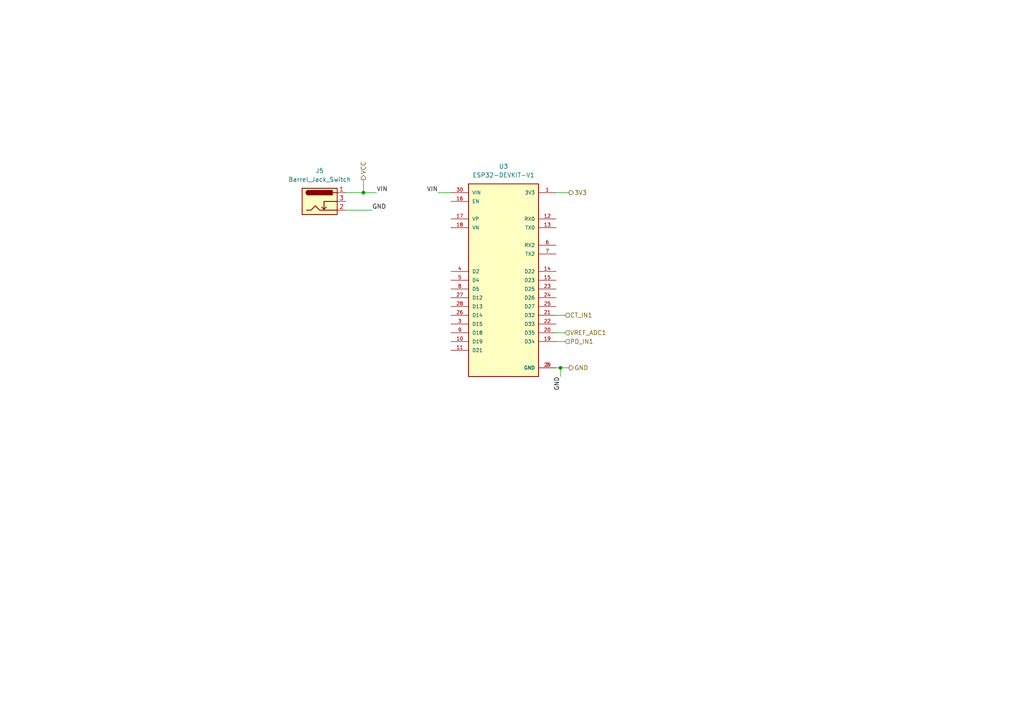
<source format=kicad_sch>
(kicad_sch (version 20231120) (generator "eeschema") (generator_version "8.0")
  (paper "A4")
  (lib_symbols
    (symbol "Connector:Barrel_Jack_Switch" (pin_names hide)
      (property "Reference" "J" (at 0 5.334 0))
      (property "Value" "Barrel_Jack_Switch" (at 0 -5.08 0))
      (symbol "Barrel_Jack_Switch_0_1"
        (rectangle (start -5.08 3.81) (end 5.08 -3.81) (stroke (width 0.254)) (fill (type background)))
        (arc (start -3.302 3.175) (mid -3.9343 2.54) (end -3.302 1.905) (stroke (width 0.254)))
        (arc (start -3.302 3.175) (mid -3.9343 2.54) (end -3.302 1.905) (stroke (width 0.254)) (fill (type outline)))
        (polyline (pts (xy 1.27 -2.286) (xy 1.905 -1.651)) (stroke (width 0.254)))
        (polyline (pts (xy 5.08 2.54) (xy 3.81 2.54)) (stroke (width 0.254)))
        (polyline (pts (xy 5.08 0) (xy 1.27 0) (xy 1.27 -2.286) (xy 0.635 -1.651)) (stroke (width 0.254)))
        (polyline (pts (xy -3.81 -2.54) (xy -2.54 -2.54) (xy -1.27 -1.27) (xy 0 -2.54) (xy 2.54 -2.54) (xy 5.08 -2.54)) (stroke (width 0.254)))
        (rectangle (start 3.683 3.175) (end -3.302 1.905) (stroke (width 0.254)) (fill (type outline)))
      )
      (symbol "Barrel_Jack_Switch_1_1"
        (pin passive line (at 7.62 2.54 180) (length 2.54) (name "~") (number "1"))
        (pin passive line (at 7.62 -2.54 180) (length 2.54) (name "~") (number "2"))
        (pin passive line (at 7.62 0 180) (length 2.54) (name "~") (number "3"))
      )
    )
    (symbol "ESP32-DEVKIT-V1:ESP32-DEVKIT-V1" (pin_names (offset 1.016))
      (property "Reference" "U" (at -10.16 30.48 0))
      (property "Value" "ESP32-DEVKIT-V1" (at -10.16 -30.48 0))
      (symbol "ESP32-DEVKIT-V1_0_0"
        (rectangle (start -10.16 -27.94) (end 10.16 27.94) (stroke (width 0.254)) (fill (type background)))
        (pin output line (at 15.24 25.4 180) (length 5.08) (name "3V3") (number "1"))
        (pin bidirectional line (at -15.24 -17.78 0) (length 5.08) (name "D19") (number "10"))
        (pin bidirectional line (at -15.24 -20.32 0) (length 5.08) (name "D21") (number "11"))
        (pin input line (at 15.24 17.78 180) (length 5.08) (name "RX0") (number "12"))
        (pin output line (at 15.24 15.24 180) (length 5.08) (name "TX0") (number "13"))
        (pin bidirectional line (at 15.24 2.54 180) (length 5.08) (name "D22") (number "14"))
        (pin bidirectional line (at 15.24 0 180) (length 5.08) (name "D23") (number "15"))
        (pin input line (at -15.24 22.86 0) (length 5.08) (name "EN") (number "16"))
        (pin bidirectional line (at -15.24 17.78 0) (length 5.08) (name "VP") (number "17"))
        (pin bidirectional line (at -15.24 15.24 0) (length 5.08) (name "VN") (number "18"))
        (pin bidirectional line (at 15.24 -17.78 180) (length 5.08) (name "D34") (number "19"))
        (pin power_in line (at 15.24 -25.4 180) (length 5.08) (name "GND") (number "2"))
        (pin bidirectional line (at 15.24 -15.24 180) (length 5.08) (name "D35") (number "20"))
        (pin bidirectional line (at 15.24 -10.16 180) (length 5.08) (name "D32") (number "21"))
        (pin bidirectional line (at 15.24 -12.7 180) (length 5.08) (name "D33") (number "22"))
        (pin bidirectional line (at 15.24 -2.54 180) (length 5.08) (name "D25") (number "23"))
        (pin bidirectional line (at 15.24 -5.08 180) (length 5.08) (name "D26") (number "24"))
        (pin bidirectional line (at 15.24 -7.62 180) (length 5.08) (name "D27") (number "25"))
        (pin bidirectional line (at -15.24 -10.16 0) (length 5.08) (name "D14") (number "26"))
        (pin bidirectional line (at -15.24 -5.08 0) (length 5.08) (name "D12") (number "27"))
        (pin bidirectional line (at -15.24 -7.62 0) (length 5.08) (name "D13") (number "28"))
        (pin power_in line (at 15.24 -25.4 180) (length 5.08) (name "GND") (number "29"))
        (pin bidirectional line (at -15.24 -12.7 0) (length 5.08) (name "D15") (number "3"))
        (pin input line (at -15.24 25.4 0) (length 5.08) (name "VIN") (number "30"))
        (pin bidirectional line (at -15.24 2.54 0) (length 5.08) (name "D2") (number "4"))
        (pin bidirectional line (at -15.24 0 0) (length 5.08) (name "D4") (number "5"))
        (pin input line (at 15.24 10.16 180) (length 5.08) (name "RX2") (number "6"))
        (pin output line (at 15.24 7.62 180) (length 5.08) (name "TX2") (number "7"))
        (pin bidirectional line (at -15.24 -2.54 0) (length 5.08) (name "D5") (number "8"))
        (pin bidirectional line (at -15.24 -15.24 0) (length 5.08) (name "D18") (number "9"))
      )
    )
  )
  (junction (at 162.56 106.68))
  (junction (at 105.41 55.88))
  (wire (pts (xy 105.41 52.07) (xy 105.41 55.88)))
  (wire (pts (xy 100.33 55.88) (xy 105.41 55.88)))
  (wire (pts (xy 100.33 60.96) (xy 107.95 60.96)))
  (wire (pts (xy 161.29 99.06) (xy 163.83 99.06)))
  (wire (pts (xy 161.29 55.88) (xy 165.1 55.88)))
  (wire (pts (xy 105.41 55.88) (xy 109.22 55.88)))
  (wire (pts (xy 161.29 106.68) (xy 162.56 106.68)))
  (wire (pts (xy 162.56 106.68) (xy 162.56 109.22)))
  (wire (pts (xy 162.56 106.68) (xy 165.1 106.68)))
  (wire (pts (xy 161.29 91.44) (xy 163.83 91.44)))
  (wire (pts (xy 127 55.88) (xy 130.81 55.88)))
  (wire (pts (xy 161.29 96.52) (xy 163.83 96.52)))
  (label "GND" (at 162.56 109.22 270))
  (label "VIN" (at 109.22 55.88 0))
  (label "VIN" (at 127 55.88 180))
  (label "GND" (at 107.95 60.96 0))
  (hierarchical_label "VREF_ADC1" (shape input) (at 163.83 96.52 0))
  (hierarchical_label "GND" (shape output) (at 165.1 106.68 0))
  (hierarchical_label "3V3" (shape output) (at 165.1 55.88 0))
  (hierarchical_label "PD_IN1" (shape input) (at 163.83 99.06 0))
  (hierarchical_label "VCC" (shape output) (at 105.41 52.07 90))
  (hierarchical_label "CT_IN1" (shape input) (at 163.83 91.44 0))
  (symbol (lib_id "Connector:Barrel_Jack_Switch") (at 92.71 58.42 0) (unit 1)
    (property "Reference" "J5" (at 92.71 49.53 0))
    (property "Value" "Barrel_Jack_Switch" (at 92.71 52.07 0))
    (property "Footprint" "Connector_BarrelJack:BarrelJack_Horizontal" (effects (hide yes)))
    (property "Description" "DC Barrel Jack with an internal switch" (effects (hide yes)))
  )
  (symbol (lib_id "ESP32-DEVKIT-V1:ESP32-DEVKIT-V1") (at 146.05 81.28 0) (unit 1)
    (property "Reference" "U3" (at 146.05 48.26 0))
    (property "Value" "ESP32-DEVKIT-V1" (at 146.05 50.8 0))
    (property "Footprint" "ESP32 DOIT DEVKIT V1:MODULE_ESP32_DEVKIT_V1" (effects (hide yes)))
    (property "MF" "Do it" (effects (hide yes)))
    (property "MAXIMUM_PACKAGE_HEIGHT" "6.8 mm" (effects (hide yes)))
    (property "Package" "None" (effects (hide yes)))
    (property "Price" "None" (effects (hide yes)))
    (property "Check_prices" "https://www.snapeda.com/parts/ESP32-DEVKIT-V1/Do+it/view-part/?ref=eda" (effects (hide yes)))
    (property "STANDARD" "Manufacturer Recommendations" (effects (hide yes)))
    (property "PARTREV" "N/A" (effects (hide yes)))
    (property "SnapEDA_Link" "https://www.snapeda.com/parts/ESP32-DEVKIT-V1/Do+it/view-part/?ref=snap" (effects (hide yes)))
    (property "MP" "ESP32-DEVKIT-V1" (effects (hide yes)))
    (property "Description_1" "\n                        \n                            Dual core, Wi-Fi: 2.4 GHz up to 150 Mbits/s,BLE (Bluetooth Low Energy) and legacy Bluetooth, 32 bits, Up to 240 MHz\n                        \n" (effects (hide yes)))
    (property "Availability" "Not in stock" (effects (hide yes)))
    (property "MANUFACTURER" "DOIT" (effects (hide yes)))
  )
)
</source>
